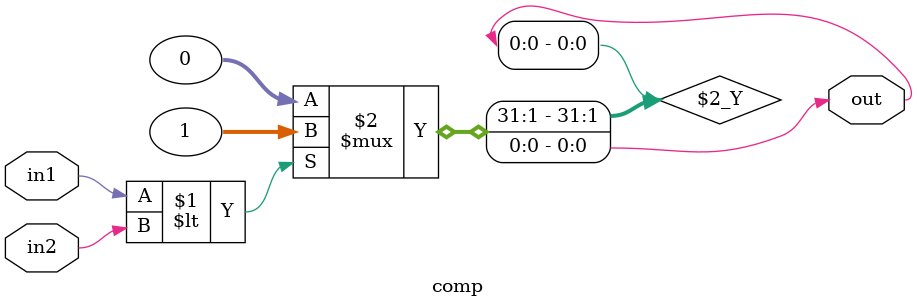
<source format=v>
`timescale 1ns / 1ps
module comp(in1,in2,out
    );
  input in1,in2;
  output out;
  assign out = (in1<in2)?1:0;

endmodule

</source>
